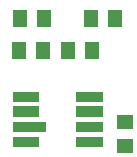
<source format=gtp>
G04 Layer: TopPasteMaskLayer*
G04 EasyEDA v6.4.17, 2021-02-26T18:21:57--8:00*
G04 bf267e6e37ea4bb39f0b1c92622b1e3b,8aa2c519e6c9466aa65df0ec0365893d,10*
G04 Gerber Generator version 0.2*
G04 Scale: 100 percent, Rotated: No, Reflected: No *
G04 Dimensions in millimeters *
G04 leading zeros omitted , absolute positions ,4 integer and 5 decimal *
%FSLAX45Y45*%
%MOMM*%

%ADD13R,1.4500X1.1600*%

%LPD*%
G36*
X813790Y8260308D02*
G01*
X813790Y8350300D01*
X1038809Y8350300D01*
X1038809Y8260308D01*
G37*
G36*
X813790Y8135289D02*
G01*
X813790Y8225307D01*
X1038809Y8225307D01*
X1038809Y8135289D01*
G37*
G36*
X813790Y8005292D02*
G01*
X813790Y8095310D01*
X1093800Y8095310D01*
X1093800Y8005292D01*
G37*
G36*
X813790Y7880299D02*
G01*
X813790Y7970291D01*
X1038809Y7970291D01*
X1038809Y7880299D01*
G37*
G36*
X1348790Y7880299D02*
G01*
X1348790Y7970291D01*
X1573809Y7970291D01*
X1573809Y7880299D01*
G37*
G36*
X1348790Y8005292D02*
G01*
X1348790Y8095310D01*
X1573809Y8095310D01*
X1573809Y8005292D01*
G37*
G36*
X1348790Y8135289D02*
G01*
X1348790Y8225307D01*
X1573809Y8225307D01*
X1573809Y8135289D01*
G37*
G36*
X1348790Y8260308D02*
G01*
X1348790Y8350300D01*
X1573809Y8350300D01*
X1573809Y8260308D01*
G37*
D13*
G01*
X1765300Y7886700D03*
G01*
X1765300Y8089900D03*
G36*
X805599Y8771999D02*
G01*
X921600Y8771999D01*
X921600Y8627000D01*
X805599Y8627000D01*
G37*
G36*
X1008799Y8771999D02*
G01*
X1124800Y8771999D01*
X1124800Y8627000D01*
X1008799Y8627000D01*
G37*
G36*
X1224699Y8771999D02*
G01*
X1340700Y8771999D01*
X1340700Y8627000D01*
X1224699Y8627000D01*
G37*
G36*
X1427899Y8771999D02*
G01*
X1543900Y8771999D01*
X1543900Y8627000D01*
X1427899Y8627000D01*
G37*
G36*
X1415199Y9038699D02*
G01*
X1531200Y9038699D01*
X1531200Y8893700D01*
X1415199Y8893700D01*
G37*
G36*
X1618399Y9038699D02*
G01*
X1734400Y9038699D01*
X1734400Y8893700D01*
X1618399Y8893700D01*
G37*
G36*
X818299Y9038699D02*
G01*
X934300Y9038699D01*
X934300Y8893700D01*
X818299Y8893700D01*
G37*
G36*
X1021499Y9038699D02*
G01*
X1137500Y9038699D01*
X1137500Y8893700D01*
X1021499Y8893700D01*
G37*
M02*

</source>
